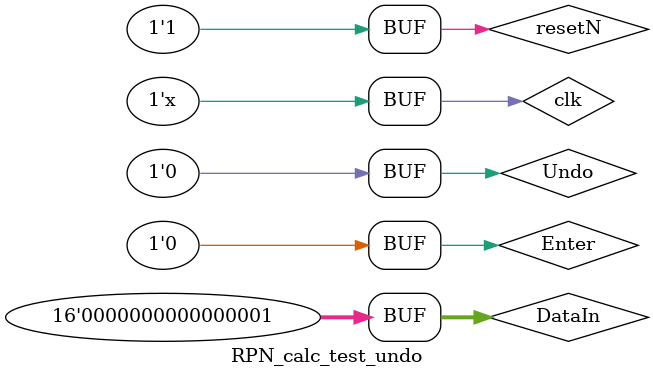
<source format=sv>
`timescale 1ns / 1ps

module RPN_calc_test_undo();

//Simular hasta 1 100 ns

    // Inputs:
    logic        clk;
    logic        resetN;
    logic        Enter;
    logic        Undo;
    logic [15:0] DataIn;

    // Outputs:

    logic [15:0] ToDisplay;  // valor de salida para el Display
    logic [ 3:0] Flags;      // {N,Z,C,V}
    logic [ 2:0] Status;      // Indica de manera secuencial el estado en el que se encuentra

    // El modulo a probar:
//     S7_actividad1 #(
//     .N_DEBOUNCER    (10)
//     ) DUT (
//     .clk            (clk),
//     .resetN         (resetN),
//     .Enter          (Enter),
//     .DataIn         (DataIn),
//     .ToDisplay      (ToDisplay),
//     .Flags          (Flags),
//     .Status         (Status)
// );

    S7_actividad2 #(
    .N_DEBOUNCER    (10)
    ) DUT2 (
    .clk            (clk),
    .resetN         (resetN),
    .Enter          (Enter),
    .Undo           (Undo),
    .DataIn         (DataIn),
    .ToDisplay      (ToDisplay),
    .Flags          (Flags),
    .Status         (Status)
);

    always #2 clk=~clk; // usar numero par de unidades de tiempo para evitar 
                          // hacer que cantos coincidan con cambios de senales!

    initial begin

        // Inicializar:
        Undo    =   0;
        clk     =   0;
        resetN  =   0;
        Enter   =   0; //Lectura de boton: 1 pulso despues de 48 ns mantenido
        #5 resetN = 1;

        // Carga de datos en A:

        DataIn  = 16'hFFFF;
        Enter   = 1;
        #48 Enter = 0;
        #10

        // Carga de datos en B:

        DataIn  = 16'h0101;
        Enter   = 1;
        #48 Enter = 0;
        #15

        // Carga de datos en Op y mostrar resultados:

        DataIn  = 16'h0000;
        Enter   = 1;
        #48 Enter = 0;
        #15
        
        // Undo desde Op hasta B
        Undo     = 1;
        #48 Undo = 0;
        #10

        // Undo desde B hasta A
        Undo     = 1;
        #48 Undo = 0;
        #10

        // Spam de Undo para asegurarse que se queda en A:
        Undo     = 1;
        #48 Undo = 0;
        #10
        Undo     = 1;
        #48 Undo = 0;
        #10
        Undo     = 1;
        #48 Undo = 0;
        #10

        // Calculo con datos distintos para confirmar que Undo deshace y memoria se sobreescribe

        // Carga de datos en A:

        DataIn  = 16'hFEFE;
        Enter   = 1;
        #48 Enter = 0;
        #10

        // Carga de datos en B:

        DataIn  = 16'h4206;
        Enter   = 1;
        #48 Enter = 0;
        #15

        // Carga de datos en Op y mostrar resultados:

        DataIn  = 16'h0001;
        Enter   = 1;
        #48 Enter = 0;
        #15
        

        // Reset:

        #19 

        resetN = 0;

        #15

        resetN = 1;

    end

endmodule
</source>
